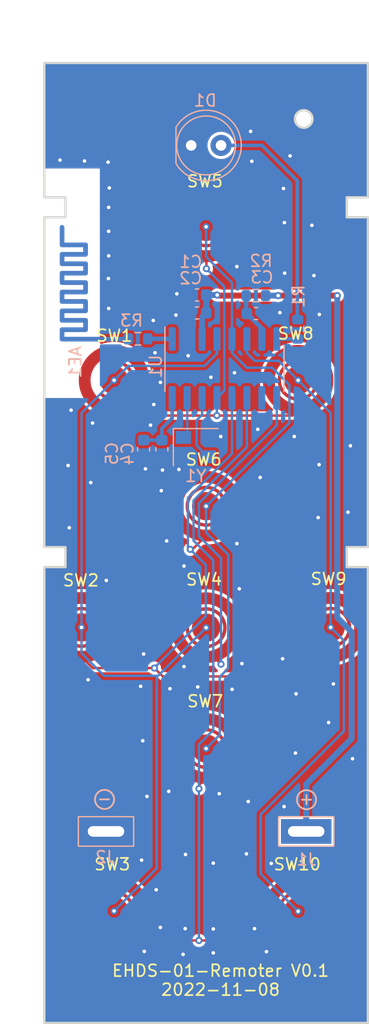
<source format=kicad_pcb>
(kicad_pcb (version 20221018) (generator pcbnew)
  (title_block (title "EHDS-01-Remoter") (date "2022-11-17") (rev "V0.1") (company "Ovobot") (comment 1 "EHDS-01 Remoter副板，V0.1，27.5x81.5x1.0mm ，FR4，2层，绿油白字，沉金"))
  (layers (0 "F.Cu" signal) (31 "B.Cu" signal) (34 "B.Paste" user) (35 "F.Paste" user) (36 "B.SilkS" user "B.Silkscreen") (37 "F.SilkS" user "F.Silkscreen") (38 "B.Mask" user) (39 "F.Mask" user) (44 "Edge.Cuts" user))
  (net 0 "")
  (net 1 "GND")
  (net 2 "+3V3")
  (net 3 "/V1")
  (net 4 "/V2")
  (net 5 "/V3")
  (net 6 "Net-(C3-Pad1)")
  (net 8 "/H4")
  (net 9 "/H3")
  (net 10 "/H2")
  (net 11 "/H1")
  (net 12 "Net-(U1-Pad14)")
  (net 13 "Net-(U1-Pad15)")
  (net 14 "Net-(C4-Pad1)")
  (net 15 "Net-(AE1-Pad1)")
  (net 16 "Net-(D1-Pad2)")
  (net 17 "Net-(R1-Pad2)")
  (net 18 "Net-(R3-Pad1)")
  (footprint "Ovo_Button_Switch_SMD:Dome_SLICE_6x6mm" (layer "F.Cu") (at 135.255 106.6292)
    (fp_text reference "SW2" (at -0.0508 -3.9878 unlocked) (layer "F.SilkS"))
    (fp_text value "SW")
    (fp_circle (center 0 0) (end 2.5 0) (stroke (width 1)) (fill none) (layer "F.Cu"))
    (pad "1" smd circle (at 0 2.5) (size 1 1) (layers "F.Cu" "F.Paste" "F.Mask") (net 10 "/H2"))
    (pad "2" smd circle (at 0 0) (size 2.4 2.4) (layers "F.Cu" "F.Paste" "F.Mask") (net 3 "/V1"))
  )
  (footprint "Ovo_Button_Switch_SMD:Dome_SLICE_6x6mm" (layer "F.Cu") (at 153.67 85.6488)
    (fp_text reference "SW8" (at -0.2032 -3.9624 unlocked) (layer "F.SilkS"))
    (fp_text value "SW")
    (fp_circle (center 0 0) (end 2.5 0) (stroke (width 1)) (fill none) (layer "F.Cu"))
    (pad "1" smd circle (at 0 2.5) (size 1 1) (layers "F.Cu" "F.Paste" "F.Mask") (net 11 "/H1"))
    (pad "2" smd circle (at 0 0) (size 2.4 2.4) (layers "F.Cu" "F.Paste" "F.Mask") (net 5 "/V3"))
  )
  (footprint "Ovo_Button_Switch_SMD:Dome_SLICE_6x6mm" (layer "F.Cu") (at 145.8468 96.3422)
    (fp_text reference "SW6" (at -0.2032 -3.9624 unlocked) (layer "F.SilkS"))
    (fp_text value "SW")
    (fp_circle (center 0 0) (end 2.5 0) (stroke (width 1)) (fill none) (layer "F.Cu"))
    (pad "1" smd circle (at 0 2.5) (size 1 1) (layers "F.Cu" "F.Paste" "F.Mask") (net 10 "/H2"))
    (pad "2" smd circle (at 0 0) (size 2.4 2.4) (layers "F.Cu" "F.Paste" "F.Mask") (net 4 "/V2"))
  )
  (footprint "Ovo_Button_Switch_SMD:Dome_SLICE_6x6mm" (layer "F.Cu") (at 138.0236 130.7084)
    (fp_text reference "SW3" (at -0.1524 -3.9624 unlocked) (layer "F.SilkS"))
    (fp_text value "SW")
    (fp_circle (center 0 0) (end 2.5 0) (stroke (width 1)) (fill none) (layer "F.Cu"))
    (pad "1" smd circle (at 0 2.5) (size 1 1) (layers "F.Cu" "F.Paste" "F.Mask") (net 9 "/H3"))
    (pad "2" smd circle (at 0 0) (size 2.4 2.4) (layers "F.Cu" "F.Paste" "F.Mask") (net 3 "/V1"))
  )
  (footprint "Ovo_Button_Switch_SMD:Dome_SLICE_6x6mm" (layer "F.Cu") (at 138.0236 85.6488)
    (fp_text reference "SW1" (at 0.0254 -3.7846 unlocked) (layer "F.SilkS"))
    (fp_text value "SW")
    (fp_circle (center 0 0) (end 2.5 0) (stroke (width 1)) (fill none) (layer "F.Cu"))
    (pad "1" smd circle (at 0 2.5) (size 1 1) (layers "F.Cu" "F.Paste" "F.Mask") (net 11 "/H1"))
    (pad "2" smd circle (at 0 0) (size 2.4 2.4) (layers "F.Cu" "F.Paste" "F.Mask") (net 3 "/V1"))
  )
  (footprint "Ovo_Button_Switch_SMD:Dome_SLICE_6x6mm" (layer "F.Cu") (at 156.4386 106.6292)
    (fp_text reference "SW9" (at -0.1778 -4.1148 unlocked) (layer "F.SilkS"))
    (fp_text value "SW")
    (fp_circle (center 0 0) (end 2.5 0) (stroke (width 1)) (fill none) (layer "F.Cu"))
    (pad "1" smd circle (at 0 2.5) (size 1 1) (layers "F.Cu" "F.Paste" "F.Mask") (net 10 "/H2"))
    (pad "2" smd circle (at 0 0) (size 2.4 2.4) (layers "F.Cu" "F.Paste" "F.Mask") (net 5 "/V3"))
  )
  (footprint "Ovo_Button_Switch_SMD:Dome_SLICE_6x6mm" (layer "F.Cu") (at 153.67 130.7338)
    (fp_text reference "SW10" (at -0.0762 -3.9878 unlocked) (layer "F.SilkS"))
    (fp_text value "SW")
    (fp_circle (center 0 0) (end 2.5 0) (stroke (width 1)) (fill none) (layer "F.Cu"))
    (pad "1" smd circle (at 0 2.5) (size 1 1) (layers "F.Cu" "F.Paste" "F.Mask") (net 9 "/H3"))
    (pad "2" smd circle (at 0 0) (size 2.4 2.4) (layers "F.Cu" "F.Paste" "F.Mask") (net 5 "/V3"))
  )
  (footprint "Ovo_Button_Switch_SMD:Dome_SLICE_6x6mm" (layer "F.Cu") (at 145.8468 116.9162)
    (fp_text reference "SW7" (at -0.0762 -4.0132 unlocked) (layer "F.SilkS"))
    (fp_text value "SW")
    (fp_circle (center 0 0) (end 2.5 0) (stroke (width 1)) (fill none) (layer "F.Cu"))
    (pad "1" smd circle (at 0 2.5) (size 1 1) (layers "F.Cu" "F.Paste" "F.Mask") (net 9 "/H3"))
    (pad "2" smd circle (at 0 0) (size 2.4 2.4) (layers "F.Cu" "F.Paste" "F.Mask") (net 4 "/V2"))
  )
  (footprint "Ovo_Button_Switch_SMD:Dome_SLICE_6x6mm" (layer "F.Cu") (at 145.8468 72.6186)
    (fp_text reference "SW5" (at -0.1016 -3.8608 unlocked) (layer "F.SilkS"))
    (fp_text value "SW")
    (fp_circle (center 0 0) (end 2.5 0) (stroke (width 1)) (fill none) (layer "F.Cu"))
    (pad "1" smd circle (at 0 2.5) (size 1 1) (layers "F.Cu" "F.Paste" "F.Mask") (net 11 "/H1"))
    (pad "2" smd circle (at 0 0) (size 2.4 2.4) (layers "F.Cu" "F.Paste" "F.Mask") (net 4 "/V2"))
  )
  (footprint "Ovo_Button_Switch_SMD:Dome_SLICE_6x6mm" (layer "F.Cu") (at 145.8468 106.6546)
    (fp_text reference "SW4" (at -0.1778 -4.0894 unlocked) (layer "F.SilkS"))
    (fp_text value "SW")
    (fp_circle (center 0 0) (end 2.5 0) (stroke (width 1)) (fill none) (layer "F.Cu"))
    (pad "1" smd circle (at 0 2.5) (size 1 1) (layers "F.Cu" "F.Paste" "F.Mask") (net 8 "/H4"))
    (pad "2" smd circle (at 0 0) (size 2.4 2.4) (layers "F.Cu" "F.Paste" "F.Mask") (net 3 "/V1"))
  )
  (footprint "Resistor_SMD:R_0603_1608Metric" (layer "B.Cu") (at 153.6322 81.3186 -90)
    (fp_text reference "R1" (at -2.795 -0.0676 90) (layer "B.SilkS") (effects (justify mirror)))
    (fp_text value "1K")
    (fp_line (start -0.237258 -0.5225) (end 0.237258 -0.5225) (stroke (width 0.12)) (layer "B.SilkS"))
    (fp_line (start -0.237258 0.5225) (end 0.237258 0.5225) (stroke (width 0.12)) (layer "B.SilkS"))
    (pad "1" smd roundrect (at -0.825 0 270) (size 0.8 0.95) (layers "B.Cu" "B.Paste" "B.Mask") (net 16 "Net-(D1-Pad2)"))
    (pad "2" smd roundrect (at 0.825 0 270) (size 0.8 0.95) (layers "B.Cu" "B.Paste" "B.Mask") (net 17 "Net-(R1-Pad2)"))
  )
  (footprint "Resistor_SMD:R_0603_1608Metric" (layer "B.Cu") (at 150.0764 78.4606 180)
    (fp_text reference "R2" (at -0.444 2.9464) (layer "B.SilkS") (effects (justify mirror)))
    (fp_text value "10R")
    (fp_line (start -0.237258 -0.5225) (end 0.237258 -0.5225) (stroke (width 0.12)) (layer "B.SilkS"))
    (fp_line (start -0.237258 0.5225) (end 0.237258 0.5225) (stroke (width 0.12)) (layer "B.SilkS"))
    (pad "1" smd roundrect (at -0.825 0 180) (size 0.8 0.95) (layers "B.Cu" "B.Paste" "B.Mask") (net 2 "+3V3"))
    (pad "2" smd roundrect (at 0.825 0 180) (size 0.8 0.95) (layers "B.Cu" "B.Paste" "B.Mask") (net 6 "Net-(C3-Pad1)"))
  )
  (footprint "Oscillator:Oscillator_SMD_Abracon_ASE-4Pin_3.2x2.5mm" (layer "B.Cu") (at 144.9622 91.3252)
    (fp_text reference "Y1" (at 0 2.45) (layer "B.SilkS") (effects (justify mirror)))
    (fp_text value "12MHz/22pF(10ppm)")
    (fp_line (start -1.9 -1.575) (end 1.9 -1.575) (stroke (width 0.12)) (layer "B.SilkS"))
    (fp_line (start -1.9 1.575) (end -1.9 -1.575) (stroke (width 0.12)) (layer "B.SilkS"))
    (pad "1" smd rect (at -1.05 -0.825) (size 1.3 1.1) (layers "B.Cu" "B.Paste" "B.Mask") (net 13 "Net-(U1-Pad15)"))
    (pad "2" smd rect (at 1.05 -0.825) (size 1.3 1.1) (layers "B.Cu" "B.Paste" "B.Mask") (net 1 "GND"))
    (pad "3" smd rect (at 1.05 0.825) (size 1.3 1.1) (layers "B.Cu" "B.Paste" "B.Mask") (net 12 "Net-(U1-Pad14)"))
    (pad "4" smd rect (at -1.05 0.825) (size 1.3 1.1) (layers "B.Cu" "B.Paste" "B.Mask") (net 1 "GND"))
  )
  (footprint "Capacitor_SMD:C_0603_1608Metric" (layer "B.Cu") (at 150.0886 79.9846)
    (fp_text reference "C3" (at 0.508 -3.0734) (layer "B.SilkS") (effects (justify mirror)))
    (fp_text value "0.1uF")
    (fp_line (start -0.14058 -0.51) (end 0.14058 -0.51) (stroke (width 0.12)) (layer "B.SilkS"))
    (fp_line (start -0.14058 0.51) (end 0.14058 0.51) (stroke (width 0.12)) (layer "B.SilkS"))
    (pad "1" smd roundrect (at -0.775 0) (size 0.9 0.95) (layers "B.Cu" "B.Paste" "B.Mask") (net 6 "Net-(C3-Pad1)"))
    (pad "2" smd roundrect (at 0.775 0) (size 0.9 0.95) (layers "B.Cu" "B.Paste" "B.Mask") (net 1 "GND"))
  )
  (footprint "Capacitor_SMD:C_0603_1608Metric" (layer "B.Cu") (at 145.0848 79.9338 180)
    (fp_text reference "C2" (at 0.5458 2.9464) (layer "B.SilkS") (effects (justify mirror)))
    (fp_text value "100pF")
    (fp_line (start -0.14058 -0.51) (end 0.14058 -0.51) (stroke (width 0.12)) (layer "B.SilkS"))
    (fp_line (start -0.14058 0.51) (end 0.14058 0.51) (stroke (width 0.12)) (layer "B.SilkS"))
    (pad "1" smd roundrect (at -0.775 0 180) (size 0.9 0.95) (layers "B.Cu" "B.Paste" "B.Mask") (net 2 "+3V3"))
    (pad "2" smd roundrect (at 0.775 0 180) (size 0.9 0.95) (layers "B.Cu" "B.Paste" "B.Mask") (net 1 "GND"))
  )
  (footprint "Ovo_RF_Antenna:Ovo_PA2401_2.4GHz_Left" (layer "B.Cu") (at 136.813 82.1568 -90)
    (fp_text reference "AE1" (at 1.9558 2.0828 -270 unlocked) (layer "B.SilkS") (effects (justify mirror)))
    (fp_text value "Antenna")
    (fp_line (start -8 1.212) (end -8 3.212) (stroke (width 0.4)) (layer "B.Cu"))
    (fp_line (start -8 3.212) (end -9.49 3.212) (stroke (width 0.4)) (layer "B.Cu"))
    (fp_line (start -7.2 1.212) (end -8 1.212) (stroke (width 0.4)) (layer "B.Cu"))
    (fp_line (start -7.2 3.212) (end -7.2 1.212) (stroke (width 0.4)) (layer "B.Cu"))
    (fp_line (start -6.4 1.212) (end -6.4 3.212) (stroke (width 0.4)) (layer "B.Cu"))
    (fp_line (start -6.4 3.212) (end -7.2 3.212) (stroke (width 0.4)) (layer "B.Cu"))
    (fp_line (start -5.6 1.212) (end -6.4 1.212) (stroke (width 0.4)) (layer "B.Cu"))
    (fp_line (start -5.6 3.212) (end -5.6 1.212) (stroke (width 0.4)) (layer "B.Cu"))
    (fp_line (start -4.8 1.212) (end -4.8 3.212) (stroke (width 0.4)) (layer "B.Cu"))
    (fp_line (start -4.8 3.212) (end -5.6 3.212) (stroke (width 0.4)) (layer "B.Cu"))
    (fp_line (start -4 1.212) (end -4.8 1.212) (stroke (width 0.4)) (layer "B.Cu"))
    (fp_line (start -4 3.212) (end -4 1.212) (stroke (width 0.4)) (layer "B.Cu"))
    (fp_line (start -3.2 1.212) (end -3.2 3.212) (stroke (width 0.4)) (layer "B.Cu"))
    (fp_line (start -3.2 3.212) (end -4 3.212) (stroke (width 0.4)) (layer "B.Cu"))
    (fp_line (start -2.4 1.212) (end -3.2 1.212) (stroke (width 0.4)) (layer "B.Cu"))
    (fp_line (start -2.4 3.212) (end -2.4 1.212) (stroke (width 0.4)) (layer "B.Cu"))
    (fp_line (start -1.6 1.212) (end -1.6 3.212) (stroke (width 0.4)) (layer "B.Cu"))
    (fp_line (start -1.6 3.212) (end -2.4 3.212) (stroke (width 0.4)) (layer "B.Cu"))
    (fp_line (start -0.8 1.212) (end -1.6 1.212) (stroke (width 0.4)) (layer "B.Cu"))
    (fp_line (start -0.8 3.212) (end -0.8 1.212) (stroke (width 0.4)) (layer "B.Cu"))
    (fp_line (start 0 0) (end 0 3.212) (stroke (width 0.4)) (layer "B.Cu"))
    (fp_line (start 0 3.212) (end -0.8 3.212) (stroke (width 0.4)) (layer "B.Cu"))
    (pad "1" smd circle (at 0 0 270) (size 0.4 0.4) (layers "B.Cu" "B.Paste" "B.Mask") (net 15 "Net-(AE1-Pad1)"))
    (zone (net 0) (net_name "") (layers "*.Cu") (connect_pads (clearance 0)) (min_thickness 0.254)
      (keepout (tracks allowed) (vias allowed) (pads allowed) (copperpour not_allowed) (footprints not_allowed))
      (fill (thermal_gap 0.508) (thermal_bridge_width 0.508))
      (polygon (pts (xy 136.813 87.1568) (xy 136.813 67.6668) (xy 128.601 67.6668) (xy 128.601 87.1568)))
    )
  )
  (footprint "Ovo_Pad:Pad_THTPad_4.3x2.1mm_Drill3.1x0.9mm" (layer "B.Cu") (at 154.3558 123.952 90)
    (fp_text reference "J1" (at -2.3876 0.0254) (layer "B.SilkS") (effects (justify mirror)))
    (fp_text value "Conn_01x01")
    (fp_line (start -1.25 -2.35) (end -1.25 2.35) (stroke (width 0.12)) (layer "B.SilkS"))
    (fp_line (start -1.25 2.35) (end 1.25 2.35) (stroke (width 0.12)) (layer "B.SilkS"))
    (fp_line (start 1.25 -2.35) (end -1.25 -2.35) (stroke (width 0.12)) (layer "B.SilkS"))
    (fp_line (start 1.25 2.35) (end 1.25 -2.35) (stroke (width 0.12)) (layer "B.SilkS"))
    (pad "1" thru_hole rect (at 0 0 90) (size 2.1 4.3) (drill oval 0.9 3.1) (layers "*.Cu" "*.Mask") (net 2 "+3V3"))
  )
  (footprint "Capacitor_SMD:C_0603_1608Metric" (layer "B.Cu") (at 145.0854 78.4098 180)
    (fp_text reference "C1" (at 0.5464 2.8194) (layer "B.SilkS") (effects (justify mirror)))
    (fp_text value "10uF")
    (fp_line (start -0.14058 -0.51) (end 0.14058 -0.51) (stroke (width 0.12)) (layer "B.SilkS"))
    (fp_line (start -0.14058 0.51) (end 0.14058 0.51) (stroke (width 0.12)) (layer "B.SilkS"))
    (pad "1" smd roundrect (at -0.775 0 180) (size 0.9 0.95) (layers "B.Cu" "B.Paste" "B.Mask") (net 2 "+3V3"))
    (pad "2" smd roundrect (at 0.775 0 180) (size 0.9 0.95) (layers "B.Cu" "B.Paste" "B.Mask") (net 1 "GND"))
  )
  (footprint "LED_THT:LED_D5.0mm" (layer "B.Cu") (at 144.5768 65.7098)
    (fp_text reference "D1" (at 1.1938 -3.81) (layer "B.SilkS") (effects (justify mirror)))
    (fp_text value "RED")
    (fp_line (start -1.29 1.545) (end -1.29 -1.545) (stroke (width 0.12)) (layer "B.SilkS"))
    (fp_arc (start -1.29 -1.54483) (mid 2.072002 -2.880433) (end 4.26 0.000462) (stroke (width 0.12)) (layer "B.SilkS"))
    (fp_arc (start 4.26 -0.000462) (mid 2.072002 2.880433) (end -1.29 1.54483) (stroke (width 0.12)) (layer "B.SilkS"))
    (fp_circle (center 1.27 0) (end 3.77 0) (stroke (width 0.12)) (fill none) (layer "B.SilkS"))
    (pad "1" thru_hole rect (at 0 0) (size 1.8 1.8) (drill 0.9) (layers "*.Cu" "*.Mask") (net 1 "GND"))
    (pad "2" thru_hole circle (at 2.54 0) (size 1.8 1.8) (drill 0.9) (layers "*.Cu" "*.Mask") (net 16 "Net-(D1-Pad2)"))
  )
  (footprint "Resistor_SMD:R_0603_1608Metric" (layer "B.Cu") (at 140.052 82.1314 180)
    (fp_text reference "R3" (at 0.5466 1.5494) (layer "B.SilkS") (effects (justify mirror)))
    (fp_text value "0R")
    (fp_line (start -0.237258 -0.5225) (end 0.237258 -0.5225) (stroke (width 0.12)) (layer "B.SilkS"))
    (fp_line (start -0.237258 0.5225) (end 0.237258 0.5225) (stroke (width 0.12)) (layer "B.SilkS"))
    (pad "1" smd roundrect (at -0.825 0 180) (size 0.8 0.95) (layers "B.Cu" "B.Paste" "B.Mask") (net 18 "Net-(R3-Pad1)"))
    (pad "2" smd roundrect (at 0.825 0 180) (size 0.8 0.95) (layers "B.Cu" "B.Paste" "B.Mask") (net 15 "Net-(AE1-Pad1)"))
  )
  (footprint "Capacitor_SMD:C_0603_1608Metric" (layer "B.Cu") (at 142.0876 91.5044 -90)
    (fp_text reference "C4" (at 0.3934 2.921 90) (layer "B.SilkS") (effects (justify mirror)))
    (fp_text value "1uF")
    (fp_line (start -0.14058 -0.51) (end 0.14058 -0.51) (stroke (width 0.12)) (layer "B.SilkS"))
    (fp_line (start -0.14058 0.51) (end 0.14058 0.51) (stroke (width 0.12)) (layer "B.SilkS"))
    (pad "1" smd roundrect (at -0.775 0 270) (size 0.9 0.95) (layers "B.Cu" "B.Paste" "B.Mask") (net 14 "Net-(C4-Pad1)"))
    (pad "2" smd roundrect (at 0.775 0 270) (size 0.9 0.95) (layers "B.Cu" "B.Paste" "B.Mask") (net 1 "GND"))
  )
  (footprint "Capacitor_SMD:C_0603_1608Metric" (layer "B.Cu") (at 140.5382 91.5038 -90)
    (fp_text reference "C5" (at 0.3686 2.6924 90) (layer "B.SilkS") (effects (justify mirror)))
    (fp_text value "0.1uF")
    (fp_line (start -0.14058 -0.51) (end 0.14058 -0.51) (stroke (width 0.12)) (layer "B.SilkS"))
    (fp_line (start -0.14058 0.51) (end 0.14058 0.51) (stroke (width 0.12)) (layer "B.SilkS"))
    (pad "1" smd roundrect (at -0.775 0 270) (size 0.9 0.95) (layers "B.Cu" "B.Paste" "B.Mask") (net 14 "Net-(C4-Pad1)"))
    (pad "2" smd roundrect (at 0.775 0 270) (size 0.9 0.95) (layers "B.Cu" "B.Paste" "B.Mask") (net 1 "GND"))
  )
  (footprint "Package_SO:SOP-16_3.9x9.9mm_P1.27mm" (layer "B.Cu") (at 147.4092 84.6436 -90)
    (fp_text reference "U1" (at -0.1632 5.842 90) (layer "B.SilkS") (effects (justify mirror)))
    (fp_text value "LT6800(EHDS-01 0xE1165B)")
    (fp_line (start 0 -5.06) (end -1.95 -5.06) (stroke (width 0.12)) (layer "B.SilkS"))
    (fp_line (start 0 -5.06) (end 1.95 -5.06) (stroke (width 0.12)) (layer "B.SilkS"))
    (fp_line (start 0 5.06) (end -3.5 5.06) (stroke (width 0.12)) (layer "B.SilkS"))
    (fp_line (start 0 5.06) (end 1.95 5.06) (stroke (width 0.12)) (layer "B.SilkS"))
    (pad "1" smd roundrect (at -2.5 4.445 270) (size 2 0.6) (layers "B.Cu" "B.Paste" "B.Mask") (net 18 "Net-(R3-Pad1)"))
    (pad "2" smd roundrect (at -2.5 3.175 270) (size 2 0.6) (layers "B.Cu" "B.Paste" "B.Mask") (net 1 "GND"))
    (pad "3" smd roundrect (at -2.5 1.905 270) (size 2 0.6) (layers "B.Cu" "B.Paste" "B.Mask") (net 2 "+3V3"))
    (pad "4" smd roundrect (at -2.5 0.635 270) (size 2 0.6) (layers "B.Cu" "B.Paste" "B.Mask") (net 3 "/V1"))
    (pad "5" smd roundrect (at -2.5 -0.635 270) (size 2 0.6) (layers "B.Cu" "B.Paste" "B.Mask") (net 4 "/V2"))
    (pad "6" smd roundrect (at -2.5 -1.905 270) (size 2 0.6) (layers "B.Cu" "B.Paste" "B.Mask") (net 5 "/V3"))
    (pad "7" smd roundrect (at -2.5 -3.175 270) (size 2 0.6) (layers "B.Cu" "B.Paste" "B.Mask") (net 6 "Net-(C3-Pad1)"))
    (pad "8" smd roundrect (at -2.5 -4.445 270) (size 2 0.6) (layers "B.Cu" "B.Paste" "B.Mask") (net 17 "Net-(R1-Pad2)"))
    (pad "9" smd roundrect (at 2.5 -4.445 270) (size 2 0.6) (layers "B.Cu" "B.Paste" "B.Mask") (net 8 "/H4"))
    (pad "10" smd roundrect (at 2.5 -3.175 270) (size 2 0.6) (layers "B.Cu" "B.Paste" "B.Mask"))
    (pad "11" smd roundrect (at 2.5 -1.905 270) (size 2 0.6) (layers "B.Cu" "B.Paste" "B.Mask") (net 9 "/H3"))
    (pad "12" smd roundrect (at 2.5 -0.635 270) (size 2 0.6) (layers "B.Cu" "B.Paste" "B.Mask") (net 10 "/H2"))
    (pad "13" smd roundrect (at 2.5 0.635 270) (size 2 0.6) (layers "B.Cu" "B.Paste" "B.Mask") (net 11 "/H1"))
    (pad "14" smd roundrect (at 2.5 1.905 270) (size 2 0.6) (layers "B.Cu" "B.Paste" "B.Mask") (net 12 "Net-(U1-Pad14)"))
    (pad "15" smd roundrect (at 2.5 3.175 270) (size 2 0.6) (layers "B.Cu" "B.Paste" "B.Mask") (net 13 "Net-(U1-Pad15)"))
    (pad "16" smd roundrect (at 2.5 4.445 270) (size 2 0.6) (layers "B.Cu" "B.Paste" "B.Mask") (net 14 "Net-(C4-Pad1)"))
  )
  (footprint "Ovo_Pad:Pad_THTPad_4.3x2.1mm_Drill3.1x0.9mm" (layer "B.Cu") (at 137.3378 123.952 90)
    (fp_text reference "J2" (at -2.1844 -0.0508) (layer "B.SilkS") (effects (justify mirror)))
    (fp_text value "Conn_01x01")
    (fp_line (start -1.25 -2.35) (end -1.25 2.35) (stroke (width 0.12)) (layer "B.SilkS"))
    (fp_line (start -1.25 2.35) (end 1.25 2.35) (stroke (width 0.12)) (layer "B.SilkS"))
    (fp_line (start 1.25 -2.35) (end -1.25 -2.35) (stroke (width 0.12)) (layer "B.SilkS"))
    (fp_line (start 1.25 2.35) (end 1.25 -2.35) (stroke (width 0.12)) (layer "B.SilkS"))
    (pad "1" thru_hole rect (at 0 0 90) (size 2.1 4.3) (drill oval 0.9 3.1) (layers "*.Cu" "*.Mask") (net 1 "GND"))
  )
  (gr_circle (center 154.3812 121.2596) (end 155.191615 121.2596) (stroke (width 0.15)) (fill none) (layer "B.SilkS"))
  (gr_circle (center 137.2108 121.2342) (end 138.021215 121.2342) (stroke (width 0.15)) (fill none) (layer "B.SilkS"))
  (gr_circle (center 137.213185 121.2342) (end 137.644985 121.92) (stroke (width 0.15)) (fill none) (layer "F.SilkS"))
  (gr_circle (center 154.3812 121.257215) (end 154.813 121.943015) (stroke (width 0.15)) (fill none) (layer "F.SilkS"))
  (gr_line (start 159.5968 58.7134) (end 159.5968 70.1134) (stroke (width 0.2)) (layer "Edge.Cuts"))
  (gr_line (start 159.5968 71.8134) (end 157.7968 71.8134) (stroke (width 0.2)) (layer "Edge.Cuts"))
  (gr_line (start 157.7968 70.1134) (end 157.7968 71.8134) (stroke (width 0.2)) (layer "Edge.Cuts"))
  (gr_line (start 132.0968 58.7134) (end 159.5968 58.7134) (stroke (width 0.2)) (layer "Edge.Cuts"))
  (gr_line (start 159.5968 71.8134) (end 159.5968 99.8134) (stroke (width 0.2)) (layer "Edge.Cuts"))
  (gr_line (start 159.5968 101.5134) (end 157.7968 101.5134) (stroke (width 0.2)) (layer "Edge.Cuts"))
  (gr_circle (center 154.1468 63.4634) (end 154.8968 63.4634) (stroke (width 0.2)) (fill none) (layer "Edge.Cuts"))
  (gr_line (start 159.5968 70.1134) (end 157.7968 70.1134) (stroke (width 0.2)) (layer "Edge.Cuts"))
  (gr_line (start 133.8968 101.5134) (end 133.8968 99.8134) (stroke (width 0.2)) (layer "Edge.Cuts"))
  (gr_line (start 132.0968 70.1134) (end 133.8968 70.1134) (stroke (width 0.2)) (layer "Edge.Cuts"))
  (gr_line (start 133.8968 101.5134) (end 132.0968 101.5134) (stroke (width 0.2)) (layer "Edge.Cuts"))
  (gr_line (start 157.7968 99.8134) (end 157.7968 101.5134) (stroke (width 0.2)) (layer "Edge.Cuts"))
  (gr_line (start 159.5968 99.8134) (end 157.7968 99.8134) (stroke (width 0.2)) (layer "Edge.Cuts"))
  (gr_line (start 159.5968 101.5134) (end 159.5968 140.2134) (stroke (width 0.2)) (layer "Edge.Cuts"))
  (gr_line (start 132.0968 140.2134) (end 132.0968 101.5134) (stroke (width 0.2)) (layer "Edge.Cuts"))
  (gr_line (start 132.0968 71.8134) (end 133.8968 71.8134) (stroke (width 0.2)) (layer "Edge.Cuts"))
  (gr_line (start 133.8968 71.8134) (end 133.8968 70.1134) (stroke (width 0.2)) (layer "Edge.Cuts"))
  (gr_line (start 159.5968 140.2134) (end 132.0968 140.2134) (stroke (width 0.2)) (layer "Edge.Cuts"))
  (gr_line (start 132.0968 70.1134) (end 132.0968 58.7134) (stroke (width 0.2)) (layer "Edge.Cuts"))
  (gr_line (start 132.0968 99.8134) (end 132.0968 71.8134) (stroke (width 0.2)) (layer "Edge.Cuts"))
  (gr_line (start 132.0968 99.8134) (end 133.8968 99.8134) (stroke (width 0.2)) (layer "Edge.Cuts"))
  (gr_text "+" (at 154.3812 121.185788) (layer "B.SilkS") (effects (font (size 1 1))))
  (gr_text "-" (at 137.2108 121.160388) (layer "B.SilkS") (effects (font (size 1 1))))
  (gr_text "EHDS-01-Remoter V0.1\n2022-11-08\n" (at 147.0746 136.5852) (layer "F.SilkS") (effects (font (size 1 1))))
  (gr_text "+" (at 154.3812 121.1834) (layer "F.SilkS") (effects (font (size 1 1))))
  (gr_text "-" (at 137.213188 121.160388) (layer "F.SilkS") (effects (font (size 1 1))))
  (via (at 134.112 92.8878) (size 0.6096) (drill 0.3048) (layers "F.Cu" "B.Cu") (net 1))
  (via (at 142.1384 93.2688) (size 0.6096) (drill 0.3048) (layers "F.Cu" "B.Cu") (net 1))
  (via (at 152.3492 109.2962) (size 0.6096) (drill 0.3048) (layers "F.Cu" "B.Cu") (net 1))
  (via (at 146.4564 134.2644) (size 0.6096) (drill 0.3048) (layers "F.Cu" "B.Cu") (net 1))
  (via (at 140.589 134.1374) (size 0.6096) (drill 0.3048) (layers "F.Cu" "B.Cu") (net 1))
  (via (at 158.115 91.2114) (size 0.6096) (drill 0.3048) (layers "F.Cu" "B.Cu") (net 1))
  (via (at 143.2814 80.1116) (size 0.6096) (drill 0.3048) (layers "F.Cu" "B.Cu") (net 1))
  (via (at 153.4414 117.2972) (size 0.6096) (drill 0.3048) (layers "F.Cu" "B.Cu") (net 1))
  (via (at 150.241 89.8144) (size 0.6096) (drill 0.3048) (layers "F.Cu" "B.Cu") (net 1))
  (via (at 141.9606 85.8266) (size 0.6096) (drill 0.3048) (layers "F.Cu" "B.Cu") (net 1))
  (via (at 155.3718 97.3074) (size 0.6096) (drill 0.3048) (layers "F.Cu" "B.Cu") (net 1))
  (via (at 149.4282 121.412) (size 0.6096) (drill 0.3048) (layers "F.Cu" "B.Cu") (net 1))
  (via (at 140.8176 120.9802) (size 0.6096) (drill 0.3048) (layers "F.Cu" "B.Cu") (net 1))
  (via (at 143.5354 93.218) (size 0.6096) (drill 0.3048) (layers "F.Cu" "B.Cu") (net 1))
  (via (at 155.4734 80.0608) (size 0.6096) (drill 0.3048) (layers "F.Cu" "B.Cu") (net 1))
  (via (at 148.8948 109.7026) (size 0.6096) (drill 0.3048) (layers "F.Cu" "B.Cu") (net 1))
  (via (at 143.9672 109.9566) (size 0.6096) (drill 0.3048) (layers "F.Cu" "B.Cu") (net 1))
  (via (at 142.494 99.2886) (size 0.6096) (drill 0.3048) (layers "F.Cu" "B.Cu") (net 1))
  (via (at 152.527 76.5556) (size 0.6096) (drill 0.3048) (layers "F.Cu" "B.Cu") (net 1))
  (via (at 133.4262 66.9544) (size 0.6096) (drill 0.3048) (layers "F.Cu" "B.Cu") (net 1))
  (via (at 152.4254 69.3674) (size 0.6096) (drill 0.3048) (layers "F.Cu" "B.Cu") (net 1))
  (via (at 141.351 80.5688) (size 0.6096) (drill 0.3048) (layers "F.Cu" "B.Cu") (net 1))
  (via (at 143.3576 78.3082) (size 0.6096) (drill 0.3048) (layers "F.Cu" "B.Cu") (net 1))
  (via (at 153.3398 90.424) (size 0.6096) (drill 0.3048) (layers "F.Cu" "B.Cu") (net 1))
  (via (at 136.0424 94.3356) (size 0.6096) (drill 0.3048) (layers "F.Cu" "B.Cu") (net 1))
  (via (at 146.4564 126.6444) (size 0.6096) (drill 0.3048) (layers "F.Cu" "B.Cu") (net 1))
  (via (at 147.0914 90.424) (size 0.6096) (drill 0.3048) (layers "F.Cu" "B.Cu") (net 1))
  (via (at 152.9842 66.5988) (size 0.6096) (drill 0.3048) (layers "F.Cu" "B.Cu") (net 1))
  (via (at 149.9616 132.207) (size 0.6096) (drill 0.3048) (layers "F.Cu" "B.Cu") (net 1))
  (via (at 134.366 88.1888) (size 0.6096) (drill 0.3048) (layers "F.Cu" "B.Cu") (net 1))
  (via (at 154.8384 72.4916) (size 0.6096) (drill 0.3048) (layers "F.Cu" "B.Cu") (net 1))
  (via (at 148.6662 103.3526) (size 0.6096) (drill 0.3048) (layers "F.Cu" "B.Cu") (net 1))
  (via (at 141.1224 89.4588) (size 0.6096) (drill 0.3048) (layers "F.Cu" "B.Cu") (net 1))
  (via (at 157.9118 96.8502) (size 0.6096) (drill 0.3048) (layers "F.Cu" "B.Cu") (net 1))
  (via (at 155.448 92.8116) (size 0.6096) (drill 0.3048) (layers "F.Cu" "B.Cu") (net 1))
  (via (at 148.463 99.5172) (size 0.6096) (drill 0.3048) (layers "F.Cu" "B.Cu") (net 1))
  (via (at 137.5664 75.0824) (size 0.6096) (drill 0.3048) (layers "F.Cu" "B.Cu") (net 1))
  (via (at 144.0688 132.207) (size 0.6096) (drill 0.3048) (layers "F.Cu" "B.Cu") (net 1))
  (via (at 152.1206 79.9084) (size 0.6096) (drill 0.3048) (layers "F.Cu" "B.Cu") (net 1))
  (via (at 149.733 67.056) (size 0.6096) (drill 0.3048) (layers "F.Cu" "B.Cu") (net 1))
  (via (at 137.5664 72.9996) (size 0.6096) (drill 0.3048) (layers "F.Cu" "B.Cu") (net 1))
  (via (at 141.5034 83.312) (size 0.6096) (drill 0.3048) (layers "F.Cu" "B.Cu") (net 1))
  (via (at 149.6314 64.516) (size 0.6096) (drill 0.3048) (layers "F.Cu" "B.Cu") (net 1))
  (via (at 141.9606 132.1054) (size 0.6096) (drill 0.3048) (layers "F.Cu" "B.Cu") (net 1))
  (via (at 151.384 126.6698) (size 0.6096) (drill 0.3048) (layers "F.Cu" "B.Cu") (net 1))
  (via (at 140.6906 93.1672) (size 0.6096) (drill 0.3048) (layers "F.Cu" "B.Cu") (net 1))
  (via (at 146.2532 85.3948) (size 0.6096) (drill 0.3048) (layers "F.Cu" "B.Cu") (net 1))
  (via (at 142.7734 111.8362) (size 0.6096) (drill 0.3048) (layers "F.Cu" "B.Cu") (net 1))
  (via (at 134.2136 98.171) (size 0.6096) (drill 0.3048) (layers "F.Cu" "B.Cu") (net 1))
  (via (at 135.509 67.0306) (size 0.6096) (drill 0.3048) (layers "F.Cu" "B.Cu") (net 1))
  (via (at 155.0162 76.7588) (size 0.6096) (drill 0.3048) (layers "F.Cu" "B.Cu") (net 1))
  (via (at 137.541 77.0128) (size 0.6096) (drill 0.3048) (layers "F.Cu" "B.Cu") (net 1))
  (via (at 145.1356 111.6838) (size 0.6096) (drill 0.3048) (layers "F.Cu" "B.Cu") (net 1))
  (via (at 140.2842 111.633) (size 0.6096) (drill 0.3048) (layers "F.Cu" "B.Cu") (net 1))
  (via (at 137.5156 67.1322) (size 0.6096) (drill 0.3048) (layers "F.Cu" "B.Cu") (net 1))
  (via (at 141.4018 87.7062) (size 0.6096) (drill 0.3048) (layers "F.Cu" "B.Cu") (net 1))
  (via (at 141.605 128.905) (size 0.6096) (drill 0.3048) (layers "F.Cu" "B.Cu") (net 1))
  (via (at 152.4762 121.8438) (size 0.6096) (drill 0.3048) (layers "F.Cu" "B.Cu") (net 1))
  (via (at 142.0368 95.0214) (size 0.6096) (drill 0.3048) (layers "F.Cu" "B.Cu") (net 1))
  (via (at 137.6172 69.3166) (size 0.6096) (drill 0.3048) (layers "F.Cu" "B.Cu") (net 1))
  (via (at 146.4564 132.2324) (size 0.6096) (drill 0.3048) (layers "F.Cu" "B.Cu") (net 1))
  (via (at 142.6718 120.5484) (size 0.6096) (drill 0.3048) (layers "F.Cu" "B.Cu") (net 1))
  (via (at 137.5664 70.9676) (size 0.6096) (drill 0.3048) (layers "F.Cu" "B.Cu") (net 1))
  (via (at 150.4442 93.9038) (size 0.6096) (drill 0.3048) (layers "F.Cu" "B.Cu") (net 1))
  (via (at 144.0942 125.9078) (size 0.6096) (drill 0.3048) (layers "F.Cu" "B.Cu") (net 1))
  (via (at 137.5664 79.5528) (size 0.6096) (drill 0.3048) (layers "F.Cu" "B.Cu") (net 1))
  (via (at 148.0566 111.887) (size 0.6096) (drill 0.3048) (layers "F.Cu" "B.Cu") (net 1))
  (via (at 156.2608 114.7064) (size 0.6096) (drill 0.3048) (layers "F.Cu" "B.Cu") (net 1))
  (via (at 135.8138 111.0742) (size 0.6096) (drill 0.3048) (layers "F.Cu" "B.Cu") (net 1))
  (via (at 140.462 116.2558) (size 0.6096) (drill 0.3048) (layers "F.Cu" "B.Cu") (net 1))
  (via (at 148.463 75.9968) (size 0.6096) (drill 0.3048) (layers "F.Cu" "B.Cu") (net 1))
  (via (at 137.3632 102.6414) (size 0.6096) (drill 0.3048) (layers "F.Cu" "B.Cu") (net 1))
  (via (at 146.9644 120.7516) (size 0.6096) (drill 0.3048) (layers "F.Cu" "B.Cu") (net 1))
  (via (at 150.9776 134.1628) (size 0.6096) (drill 0.3048) (layers "F.Cu" "B.Cu") (net 1))
  (via (at 148.2598 85.0138) (size 0.6096) (drill 0.3048) (layers "F.Cu" "B.Cu") (net 1))
  (via (at 143.9672 101.4222) (size 0.6096) (drill 0.3048) (layers "F.Cu" "B.Cu") (net 1))
  (via (at 140.5382 108.8898) (size 0.6096) (drill 0.3048) (layers "F.Cu" "B.Cu") (net 1))
  (via (at 136.1948 89.281) (size 0.6096) (drill 0.3048) (layers "F.Cu" "B.Cu") (net 1))
  (via (at 156.6672 111.4298) (size 0.6096) (drill 0.3048) (layers "F.Cu" "B.Cu") (net 1))
  (via (at 152.5016 72.263) (size 0.6096) (drill 0.3048) (layers "F.Cu" "B.Cu") (net 1))
  (via (at 140.3604 126.3904) (size 0.6096) (drill 0.3048) (layers "F.Cu" "B.Cu") (net 1))
  (via (at 143.891 134.3914) (size 0.6096) (drill 0.3048) (layers "F.Cu" "B.Cu") (net 1))
  (via (at 144.3228 83.566) (size 0.6096) (drill 0.3048) (layers "F.Cu" "B.Cu") (net 1))
  (via (at 153.4922 112.268) (size 0.6096) (drill 0.3048) (layers "F.Cu" "B.Cu") (net 1))
  (via (at 158.2928 117.7798) (size 0.6096) (drill 0.3048) (layers "F.Cu" "B.Cu") (net 1))
  (via (at 149.2758 125.857) (size 0.6096) (drill 0.3048) (layers "F.Cu" "B.Cu") (net 1))
  (segment (start 156.9974 78.4606) (end 151.9682 78.4606) (width 0.508) (layer "F.Cu") (net 2))
  (segment (start 146.8379 78.4606) (end 146.7871 78.4098) (width 0.508) (layer "F.Cu") (net 2))
  (segment (start 151.9682 78.4606) (end 146.8379 78.4606) (width 0.508) (layer "F.Cu") (net 2))
  (via (at 156.9974 78.4606) (size 0.6096) (drill 0.3048) (layers "F.Cu" "B.Cu") (net 2))
  (via (at 151.9682 78.4606) (size 0.6096) (drill 0.3048) (layers "F.Cu" "B.Cu") (net 2))
  (via (at 146.7871 78.4098) (size 0.6096) (drill 0.3048) (layers "F.Cu" "B.Cu") (net 2))
  (segment (start 158.2166 107.0102) (end 156.99692 105.79052) (width 0.508) (layer "B.Cu") (net 2))
  (segment (start 154.3558 119.9388) (end 158.2166 116.078) (width 0.508) (layer "B.Cu") (net 2))
  (segment (start 158.2166 116.078) (end 158.2166 107.0102) (width 0.508) (layer "B.Cu") (net 2))
  (segment (start 156.99692 78.46108) (end 156.9974 78.4606) (width 0.508) (layer "B.Cu") (net 2))
  (segment (start 145.5042 80.2894) (end 145.5042 82.1436) (width 0.508) (layer "B.Cu") (net 2))
  (segment (start 151.9682 78.4606) (end 150.9014 78.4606) (width 0.508) (layer "B.Cu") (net 2))
  (segment (start 145.8604 78.4098) (end 145.8604 79.9332) (width 0.508) (layer "B.Cu") (net 2))
  (segment (start 146.7871 78.4098) (end 145.8604 78.4098) (width 0.508) (layer "B.Cu") (net 2))
  (segment (start 154.3558 123.952) (end 154.3558 119.9388) (width 0.508) (layer "B.Cu") (net 2))
  (segment (start 145.8604 79.9332) (end 145.8598 79.9338) (width 0.508) (layer "B.Cu") (net 2))
  (segment (start 156.99692 105.79052) (end 156.99692 78.46108) (width 0.508) (layer "B.Cu") (net 2))
  (segment (start 145.8598 79.9338) (end 145.5042 80.2894) (width 0.508) (layer "B.Cu") (net 2))
  (via (at 138.0236 130.7084) (size 0.6096) (drill 0.3048) (layers "F.Cu" "B.Cu") (net 3))
  (via (at 145.8468 106.6546) (size 0.6096) (drill 0.3048) (layers "F.Cu" "B.Cu") (net 3))
  (via (at 138.0236 85.6488) (size 0.6096) (drill 0.3048) (layers "F.Cu" "B.Cu") (net 3))
  (via (at 135.255 106.6292) (size 0.6096) (drill 0.3048) (layers "F.Cu" "B.Cu") (net 3))
  (segment (start 138.0236 130.7084) (end 141.6558 127.0762) (width 0.2032) (layer "B.Cu") (net 3))
  (segment (start 146.7742 83.3752) (end 146.7742 82.1436) (width 0.2032) (layer "B.Cu") (net 3))
  (segment (start 145.7198 84.4296) (end 146.7742 83.3752) (width 0.2032) (layer "B.Cu") (net 3))
  (segment (start 138.0236 85.6488) (end 139.2428 84.4296) (width 0.2032) (layer "B.Cu") (net 3))
  (segment (start 139.2428 84.4296) (end 145.7198 84.4296) (width 0.2032) (layer "B.Cu") (net 3))
  (segment (start 141.6558 127.0762) (end 141.6558 110.744) (width 0.2032) (layer "B.Cu") (net 3))
  (segment (start 137.1854 110.744) (end 135.255 108.8136) (width 0.2032) (layer "B.Cu") (net 3))
  (segment (start 141.6558 110.744) (end 137.1854 110.744) (width 0.2032) (layer "B.Cu") (net 3))
  (segment (start 135.255 106.6292) (end 135.255 88.4174) (width 0.2032) (layer "B.Cu") (net 3))
  (segment (start 135.255 88.4174) (end 138.0236 85.6488) (width 0.2032) (layer "B.Cu") (net 3))
  (segment (start 141.6558 110.744) (end 141.7574 110.744) (width 0.2032) (layer "B.Cu") (net 3))
  (segment (start 135.255 108.8136) (end 135.255 106.6292) (width 0.2032) (layer "B.Cu") (net 3))
  (segment (start 141.7574 110.744) (end 145.8468 106.6546) (width 0.2032) (layer "B.Cu") (net 3))
  (via (at 145.8468 72.6186) (size 0.6096) (drill 0.3048) (layers "F.Cu" "B.Cu") (net 4))
  (via (at 145.8468 116.9162) (size 0.6096) (drill 0.3048) (layers "F.Cu" "B.Cu") (net 4))
  (via (at 145.8468 96.3422) (size 0.6096) (drill 0.3048) (layers "F.Cu" "B.Cu") (net 4))
  (segment (start 148.0442 82.1436) (end 148.0442 77.356) (width 0.2032) (layer "B.Cu") (net 4))
  (segment (start 152.9334 86.0552) (end 152.9334 89.2556) (width 0.2032) (layer "B.Cu") (net 4))
  (segment (start 147.0025 115.7605) (end 147.0025 110.8329) (width 0.2032) (layer "B.Cu") (net 4))
  (segment (start 151.4602 84.582) (end 152.9334 86.0552) (width 0.2032) (layer "B.Cu") (net 4))
  (segment (start 148.0442 82.1436) (end 148.0442 83.325) (width 0.2032) (layer "B.Cu") (net 4))
  (segment (start 145.8468 75.1586) (end 145.8468 72.6186) (width 0.2032) (layer "B.Cu") (net 4))
  (segment (start 147.725911 100.456511) (end 145.8468 98.5774) (width 0.2032) (layer "B.Cu") (net 4))
  (segment (start 147.725911 110.109489) (end 147.725911 100.456511) (width 0.2032) (layer "B.Cu") (net 4))
  (segment (start 149.3012 84.582) (end 151.4602 84.582) (width 0.2032) (layer "B.Cu") (net 4))
  (segment (start 148.0442 77.356) (end 145.8468 75.1586) (width 0.2032) (layer "B.Cu") (net 4))
  (segment (start 145.8468 116.9162) (end 147.0025 115.7605) (width 0.2032) (layer "B.Cu") (net 4))
  (segment (start 147.0025 110.8329) (end 147.725911 110.109489) (width 0.2032) (layer "B.Cu") (net 4))
  (segment (start 148.0442 83.325) (end 149.3012 84.582) (width 0.2032) (layer "B.Cu") (net 4))
  (segment (start 152.9334 89.2556) (end 145.8468 96.3422) (width 0.2032) (layer "B.Cu") (net 4))
  (segment (start 145.8468 98.5774) (end 145.8468 96.3422) (width 0.2032) (layer "B.Cu") (net 4))
  (via (at 153.67 85.6488) (size 0.6096) (drill 0.3048) (layers "F.Cu" "B.Cu") (net 5))
  (via (at 153.67 130.7338) (size 0.6096) (drill 0.3048) (layers "F.Cu" "B.Cu") (net 5))
  (via (at 156.4386 106.6292) (size 0.6096) (drill 0.3048) (layers "F.Cu" "B.Cu") (net 5))
  (segment (start 153.67 130.7338) (end 150.495 127.5588) (width 0.2032) (layer "B.Cu") (net 5))
  (segment (start 149.3142 83.325) (end 149.3142 82.1436) (width 0.2032) (layer "B.Cu") (net 5))
  (segment (start 156.4386 88.4174) (end 153.67 85.6488) (width 0.2032) (layer "B.Cu") (net 5))
  (segment (start 150.495 127.5588) (end 150.495 122.5042) (width 0.2032) (layer "B.Cu") (net 5))
  (segment (start 150.495 122.5042) (end 157.5562 115.443) (width 0.2032) (layer "B.Cu") (net 5))
  (segment (start 157.5562 115.443) (end 157.5562 107.7468) (width 0.2032) (layer "B.Cu") (net 5))
  (segment (start 153.67 85.6488) (end 152.019 83.9978) (width 0.2032) (layer "B.Cu") (net 5))
  (segment (start 156.4386 106.6292) (end 156.4386 88.4174) (width 0.2032) (layer "B.Cu") (net 5))
  (segment (start 152.019 83.9978) (end 149.987 83.9978) (width 0.2032) (layer "B.Cu") (net 5))
  (segment (start 157.5562 107.7468) (end 156.4386 106.6292) (width 0.2032) (layer "B.Cu") (net 5))
  (segment (start 149.987 83.9978) (end 149.3142 83.325) (width 0.2032) (layer "B.Cu") (net 5))
  (segment (start 150.5842 81.2422) (end 150.5842 82.1436) (width 0.381) (layer "B.Cu") (net 6))
  (segment (start 149.3136 79.9846) (end 149.3266 79.9846) (width 0.381) (layer "B.Cu") (net 6))
  (segment (start 149.3266 79.9846) (end 150.5842 81.2422) (width 0.381) (layer "B.Cu") (net 6))
  (segment (start 149.2514 79.9224) (end 149.3136 79.9846) (width 0.381) (layer "B.Cu") (net 6))
  (segment (start 149.2514 78.4606) (end 149.2514 79.9224) (width 0.381) (layer "B.Cu") (net 6))
  (segment (start 146.518 109.1546) (end 147.1168 109.7534) (width 0.2032) (layer "F.Cu") (net 8))
  (segment (start 145.8468 109.1546) (end 146.518 109.1546) (width 0.2032) (layer "F.Cu") (net 8))
  (via (at 147.1168 109.7534) (size 0.6096) (drill 0.3048) (layers "F.Cu" "B.Cu") (net 8))
  (segment (start 145.2372 98.8822) (end 145.2372 96.090386) (width 0.2032) (layer "B.Cu") (net 8))
  (segment (start 147.1168 100.7618) (end 145.2372 98.8822) (width 0.2032) (layer "B.Cu") (net 8))
  (segment (start 147.1168 109.7534) (end 147.1168 100.7618) (width 0.2032) (layer "B.Cu") (net 8))
  (segment (start 145.2372 96.090386) (end 151.8542 89.473386) (width 0.2032) (layer "B.Cu") (net 8))
  (segment (start 151.8542 89.473386) (end 151.8542 87.1436) (width 0.2032) (layer "B.Cu") (net 8))
  (segment (start 138.0236 133.2084) (end 153.6446 133.2084) (width 0.2032) (layer "F.Cu") (net 9))
  (segment (start 145.2372 120.0258) (end 145.8468 119.4162) (width 0.2032) (layer "F.Cu") (net 9))
  (segment (start 145.2372 120.3198) (end 145.2372 120.0258) (width 0.2032) (layer "F.Cu") (net 9))
  (segment (start 153.6446 133.2084) (end 153.67 133.2338) (width 0.2032) (layer "F.Cu") (net 9))
  (via (at 145.2372 120.3198) (size 0.6096) (drill 0.3048) (layers "F.Cu" "B.Cu") (net 9))
  (via (at 145.2372 133.2084) (size 0.6096) (drill 0.3048) (layers "F.Cu" "B.Cu") (net 9))
  (segment (start 145.2372 120.3198) (end 145.237689 120.319311) (width 0.2032) (layer "B.Cu") (net 9))
  (segment (start 144.78 99.2632) (end 144.78 95.8596) (width 0.2032) (layer "B.Cu") (net 9))
  (segment (start 145.2372 133.2084) (end 145.2372 120.3198) (width 0.2032) (layer "B.Cu") (net 9))
  (segment (start 149.3142 91.3254) (end 149.3142 87.1436) (width 0.2032) (layer "B.Cu") (net 9))
  (segment (start 145.237689 120.319311) (end 145.237689 116.560111) (width 0.2032) (layer "B.Cu") (net 9))
  (segment (start 146.455911 115.341889) (end 146.455911 100.939111) (width 0.2032) (layer "B.Cu") (net 9))
  (segment (start 146.455911 100.939111) (end 144.78 99.2632) (width 0.2032) (layer "B.Cu") (net 9))
  (segment (start 145.237689 116.560111) (end 146.455911 115.341889) (width 0.2032) (layer "B.Cu") (net 9))
  (segment (start 144.78 95.8596) (end 149.3142 91.3254) (width 0.2032) (layer "B.Cu") (net 9))
  (segment (start 140.081 110.0836) (end 141.4526 110.0836) (width 0.2032) (layer "F.Cu") (net 10))
  (segment (start 142.1638 110.7948) (end 154.773 110.7948) (width 0.2032) (layer "F.Cu") (net 10))
  (segment (start 144.6892 99.9998) (end 145.8468 98.8422) (width 0.2032) (layer "F.Cu") (net 10))
  (segment (start 144.5006 99.9998) (end 144.6892 99.9998) (width 0.2032) (layer "F.Cu") (net 10))
  (segment (start 154.773 110.7948) (end 156.4386 109.1292) (width 0.2032) (layer "F.Cu") (net 10))
  (segment (start 135.255 109.1292) (end 136.2094 110.0836) (width 0.2032) (layer "F.Cu") (net 10))
  (segment (start 136.2094 110.0836) (end 140.081 110.0836) (width 0.2032) (layer "F.Cu") (net 10))
  (segment (start 141.4526 110.0836) (end 142.1638 110.7948) (width 0.2032) (layer "F.Cu") (net 10))
  (via (at 141.4526 110.0836) (size 0.6096) (drill 0.3048) (layers "F.Cu" "B.Cu") (net 10))
  (via (at 144.5006 99.9998) (size 0.6096) (drill 0.3048) (layers "F.Cu" "B.Cu") (net 10))
  (segment (start 144.2974 95.631) (end 148.0442 91.8842) (width 0.2032) (layer "B.Cu") (net 10))
  (segment (start 145.8214 105.6894) (end 145.8214 101.3206) (width 0.2032) (layer "B.Cu") (net 10))
  (segment (start 145.8214 101.3206) (end 144.5006 99.9998) (width 0.2032) (layer "B.Cu") (net 10))
  (segment (start 148.0442 91.8842) (end 148.0442 87.1436) (width 0.2032) (layer "B.Cu") (net 10))
  (segment (start 144.5006 99.9998) (end 144.2974 99.7966) (width 0.2032) (layer "B.Cu") (net 10))
  (segment (start 141.4526 110.0582) (end 145.8214 105.6894) (width 0.2032) (layer "B.Cu") (net 10))
  (segment (start 144.2974 99.7966) (end 144.2974 95.631) (width 0.2032) (layer "B.Cu") (net 10))
  (segment (start 141.4526 110.0836) (end 141.4526 110.0582) (width 0.2032) (layer "B.Cu") (net 10))
  (segment (start 145.8722 76.1746) (end 145.8722 75.144) (width 0.2032) (layer "F.Cu") (net 11))
  (segment (start 146.7612 88.646) (end 153.1728 88.646) (width 0.2032) (layer "F.Cu") (net 11))
  (segment (start 145.8722 75.144) (end 145.8468 75.1186) (width 0.2032) (layer "F.Cu") (net 11))
  (segment (start 153.1728 88.646) (end 153.67 88.1488) (width 0.2032) (layer "F.Cu") (net 11))
  (segment (start 138.0236 88.1488) (end 138.5208 88.646) (width 0.2032) (layer "F.Cu") (net 11))
  (segment (start 138.5208 88.646) (end 146.7612 88.646) (width 0.2032) (layer "F.Cu") (net 11))
  (via (at 145.8722 76.1746) (size 0.6096) (drill 0.3048) (layers "F.Cu" "B.Cu") (net 11))
  (via (at 146.7612 88.646) (size 0.6096) (drill 0.3048) (layers "F.Cu" "B.Cu") (net 11))
  (segment (start 146.7612 88.646) (end 146.7612 87.1566) (width 0.2032) (layer "B.Cu") (net 11))
  (segment (start 147.3962 77.6986) (end 145.8722 76.1746) (width 0.2032) (layer "B.Cu") (net 11))
  (segment (start 147.3962 86.5216) (end 147.3962 77.6986) (width 0.2032) (layer "B.Cu") (net 11))
  (segment (start 146.7742 87.1436) (end 147.3962 86.5216) (width 0.2032) (layer "B.Cu") (net 11))
  (segment (start 146.7612 87.1566) (end 146.7742 87.1436) (width 0.2032) (layer "B.Cu") (net 11))
  (segment (start 145.5042 88.5822) (end 145.034 89.0524) (width 0.2032) (layer "B.Cu") (net 12))
  (segment (start 145.034 91.172) (end 146.0122 92.1502) (width 0.2032) (layer "B.Cu") (net 12))
  (segment (start 145.5042 87.1436) (end 145.5042 88.5822) (width 0.2032) (layer "B.Cu") (net 12))
  (segment (start 145.034 89.0524) (end 145.034 91.172) (width 0.2032) (layer "B.Cu") (net 12))
  (segment (start 144.2466 87.156) (end 144.2466 90.1658) (width 0.2032) (layer "B.Cu") (net 13))
  (segment (start 144.2466 90.1658) (end 143.9122 90.5002) (width 0.2032) (layer "B.Cu") (net 13))
  (segment (start 144.2342 87.1436) (end 144.2466 87.156) (width 0.2032) (layer "B.Cu") (net 13))
  (segment (start 142.0876 89.7382) (end 142.9642 88.8616) (width 0.3048) (layer "B.Cu") (net 14))
  (segment (start 140.5382 90.7288) (end 142.087 90.7288) (width 0.3048) (layer "B.Cu") (net 14))
  (segment (start 142.087 90.7288) (end 142.0876 90.7294) (width 0.3048) (layer "B.Cu") (net 14))
  (segment (start 142.9642 88.8616) (end 142.9642 87.1436) (width 0.3048) (layer "B.Cu") (net 14))
  (segment (start 142.0876 90.7294) (end 142.0876 89.7382) (width 0.3048) (layer "B.Cu") (net 14))
  (segment (start 136.813 82.1568) (end 139.2016 82.1568) (width 0.381) (layer "B.Cu") (net 15))
  (segment (start 139.2016 82.1568) (end 139.227 82.1314) (width 0.381) (layer "B.Cu") (net 15))
  (segment (start 147.1168 65.7098) (end 150.5966 65.7098) (width 0.3048) (layer "B.Cu") (net 16))
  (segment (start 150.5966 65.7098) (end 153.5938 68.707) (width 0.3048) (layer "B.Cu") (net 16))
  (segment (start 153.5938 68.707) (end 153.5938 80.4552) (width 0.3048) (layer "B.Cu") (net 16))
  (segment (start 153.5938 80.4552) (end 153.6322 80.4936) (width 0.3048) (layer "B.Cu") (net 16))
  (segment (start 151.8542 82.1436) (end 153.6322 82.1436) (width 0.3048) (layer "B.Cu") (net 17))
  (segment (start 140.877 82.1314) (end 142.952 82.1314) (width 0.381) (layer "B.Cu") (net 18))
  (segment (start 142.952 82.1314) (end 142.9642 82.1436) (width 0.381) (layer "B.Cu") (net 18))
  (zone (net 1) (net_name "GND") (layers "F&B.Cu") (connect_pads yes (clearance 0.254)) (min_thickness 0.254) (fill yes (thermal_gap 0.508) (thermal_bridge_width 0.508) (island_removal_mode 2) (island_area_min 0))
    (polygon (pts (xy 159.6136 140.208) (xy 132.1054 140.208) (xy 132.1054 58.7248) (xy 159.6136 58.7248)))
  )
)
</source>
